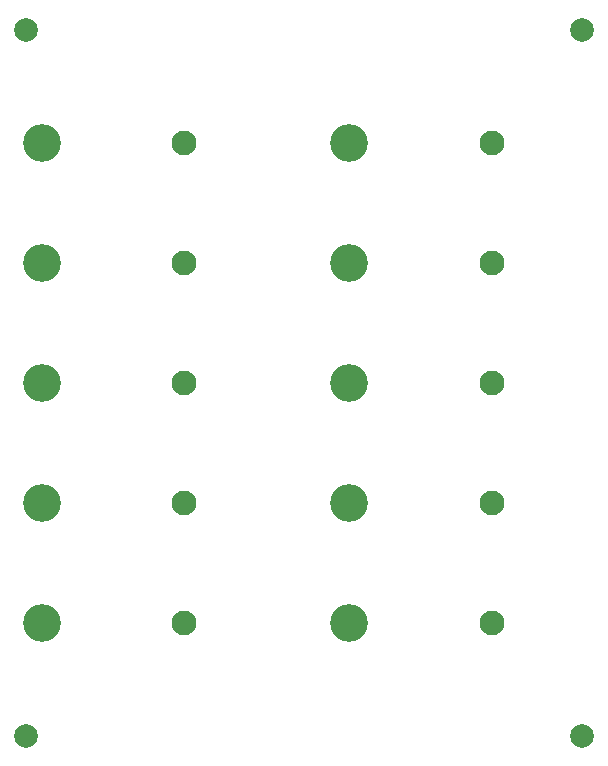
<source format=gbr>
%TF.GenerationSoftware,KiCad,Pcbnew,8.0.8*%
%TF.CreationDate,2025-02-20T22:09:34+11:00*%
%TF.ProjectId,panel,70616e65-6c2e-46b6-9963-61645f706362,rev?*%
%TF.SameCoordinates,Original*%
%TF.FileFunction,NonPlated,1,2,NPTH,Drill*%
%TF.FilePolarity,Positive*%
%FSLAX46Y46*%
G04 Gerber Fmt 4.6, Leading zero omitted, Abs format (unit mm)*
G04 Created by KiCad (PCBNEW 8.0.8) date 2025-02-20 22:09:34*
%MOMM*%
%LPD*%
G01*
G04 APERTURE LIST*
%TA.AperFunction,ComponentDrill*%
%ADD10C,2.000000*%
%TD*%
%TA.AperFunction,ComponentDrill*%
%ADD11C,2.100000*%
%TD*%
%TA.AperFunction,ComponentDrill*%
%ADD12C,3.200000*%
%TD*%
G04 APERTURE END LIST*
D10*
%TO.C,KiKit_TO_1*%
X124965000Y-22500000D03*
%TO.C,KiKit_TO_3*%
X124965000Y-82299500D03*
%TO.C,KiKit_TO_2*%
X172035000Y-22500000D03*
%TO.C,KiKit_TO_4*%
X172035000Y-82299500D03*
D11*
%TO.C,H4*%
X138340000Y-32079500D03*
X138340000Y-42239500D03*
X138340000Y-52399500D03*
X138340000Y-62559500D03*
X138340000Y-72719500D03*
X164375000Y-32079500D03*
X164375000Y-42239500D03*
X164375000Y-52399500D03*
X164375000Y-62559500D03*
X164375000Y-72719500D03*
D12*
%TO.C,H1*%
X126275000Y-32079500D03*
X126275000Y-42239500D03*
X126275000Y-52399500D03*
X126275000Y-62559500D03*
X126275000Y-72719500D03*
X152310000Y-32079500D03*
X152310000Y-42239500D03*
X152310000Y-52399500D03*
X152310000Y-62559500D03*
X152310000Y-72719500D03*
M02*

</source>
